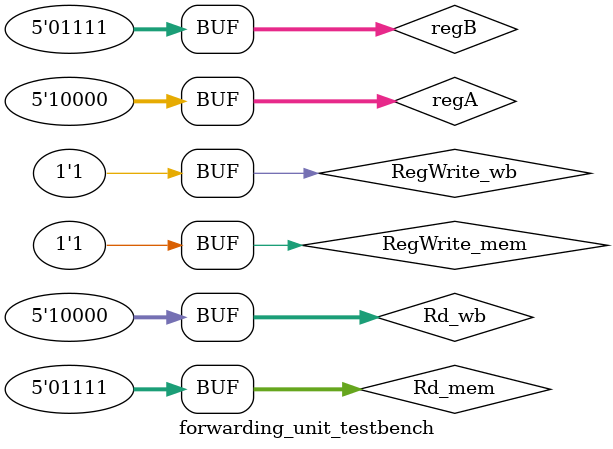
<source format=sv>
`timescale 10ps/1ps
module forwarding_unit(
			input  logic RegWrite_mem, RegWrite_wb,
			input  logic [4:0] regA, regB, Rd_mem, Rd_wb,
			output logic [1:0] forwardA, forwardB	// 00 - no forward, 01 - forward from EX/MEM, 10- forward from MEM/WB, 11 - Dont care
	);
	
	always_comb begin
		// check if there is a register that is equal to regA being changed in the EX stage.
		if (RegWrite_mem && (Rd_mem == regA) && (Rd_mem != 5'd31)) begin
			forwardA = 2'b01;
		end
		// check if there is a register that is equal to regA being changed in the MEM stage.
		else if (RegWrite_wb && (Rd_wb == regA) && (Rd_wb != 5'd31)) begin
			forwardA = 2'b10;
		end
		// dont forward
		else begin
			forwardA = 2'b00;
		end
		
		// check if there is a register that is equal to regB being changed in the EX stage.
		if (RegWrite_mem && (Rd_mem == regB) && (Rd_mem != 5'd31)) begin
			forwardB = 2'b01;
		end
		// check if there is a register that is equal to regB being changed in the MEM stage.
		else if (RegWrite_wb && (Rd_wb == regB) && (Rd_wb != 5'd31)) begin
			forwardB = 2'b10;
		end
		// dont forward
		else begin
			forwardB = 2'b00;
		end
		
	end
	
endmodule

module forwarding_unit_testbench();
	logic RegWrite_mem, RegWrite_wb;
	logic [4:0] regA, regB, Rd_mem, Rd_wb;
	logic [1:0] forwardA, forwardB;
	
	forwarding_unit dut(.*);
	
	initial begin
	/*TEST 1: Initialize RegWrite_mem and RegWrite_wb to be false*/
	RegWrite_mem = 1'b0; RegWrite_wb = 1'b0; Rd_mem = 5'd20; Rd_wb = 5'd25; regA = 5'd20; regB = 5'd20; #100;
	
	/*TEST 2: Initalize Rd_mem and Rd_wb to register X31*/
	RegWrite_mem = 1'b1; RegWrite_wb = 1'b1; Rd_mem = 5'd31; Rd_wb = 5'd31; regA = 5'd31; regB = 5'd31; #100;
	
	/*TEST 3: Set regA and regB to be different values from Rd_mem and Rd_wb*/
	Rd_mem = 5'd15; Rd_wb = 5'd16; regA = 5'd25; regB = 5'd20; #100;
	
	/*TEST 4: Set regA and regB to be equal to Rd_mem*/
	Rd_mem = 5'd15; Rd_wb = 5'd16; regA = 5'd15; regB = 5'd15; #100;
	
	/*TEST 5: Set regA and regB to be equal to Rd_wb*/
	Rd_mem = 5'd15; Rd_wb = 5'd16; regA = 5'd16; regB = 5'd16; #100;
	
	/*TEST 6: Set regA equal to Rd_mem and regB equal to Rd_wb*/
	Rd_mem = 5'd15; Rd_wb = 5'd16; regA = 5'd15; regB = 5'd16; #100;
	
	/*TEST 7: Set regA equal to Rd_wb and regB equal to Rd_mem*/
	Rd_mem = 5'd15; Rd_wb = 5'd16; regA = 5'd16; regB = 5'd15; #100;
	end
endmodule

</source>
